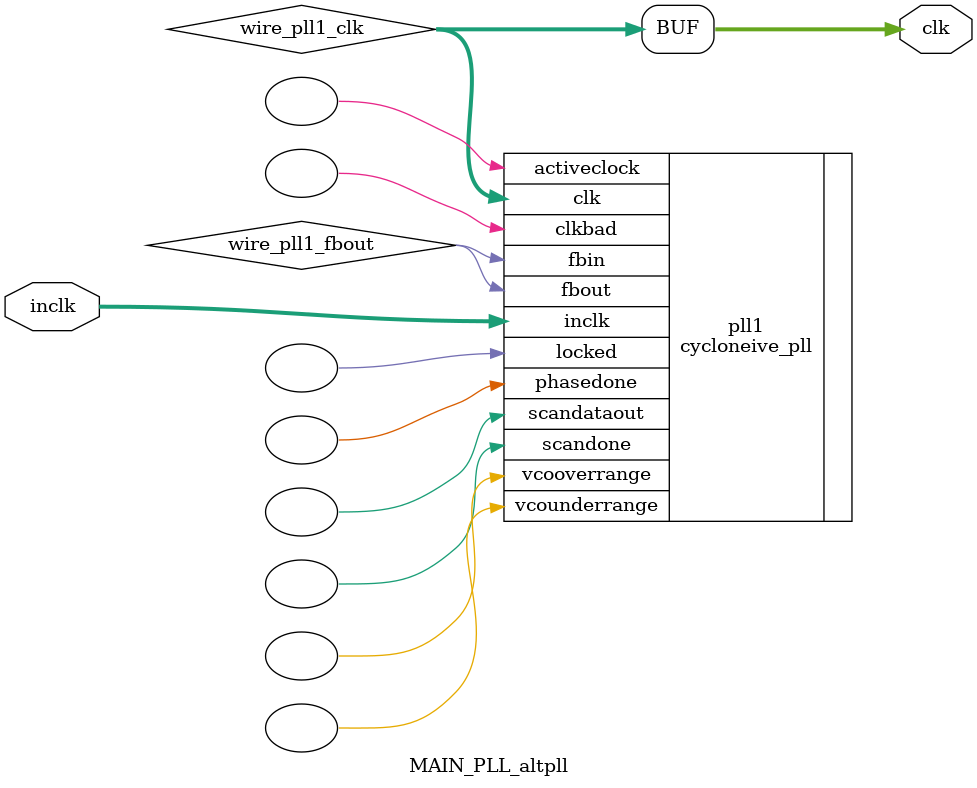
<source format=v>






//synthesis_resources = cycloneive_pll 1 
//synopsys translate_off
`timescale 1 ps / 1 ps
//synopsys translate_on
module  MAIN_PLL_altpll
	( 
	clk,
	inclk) /* synthesis synthesis_clearbox=1 */;
	output   [4:0]  clk;
	input   [1:0]  inclk;
`ifndef ALTERA_RESERVED_QIS
// synopsys translate_off
`endif
	tri0   [1:0]  inclk;
`ifndef ALTERA_RESERVED_QIS
// synopsys translate_on
`endif

	wire  [4:0]   wire_pll1_clk;
	wire  wire_pll1_fbout;

	cycloneive_pll   pll1
	( 
	.activeclock(),
	.clk(wire_pll1_clk),
	.clkbad(),
	.fbin(wire_pll1_fbout),
	.fbout(wire_pll1_fbout),
	.inclk(inclk),
	.locked(),
	.phasedone(),
	.scandataout(),
	.scandone(),
	.vcooverrange(),
	.vcounderrange()
	`ifndef FORMAL_VERIFICATION
	// synopsys translate_off
	`endif
	,
	.areset(1'b0),
	.clkswitch(1'b0),
	.configupdate(1'b0),
	.pfdena(1'b1),
	.phasecounterselect({3{1'b0}}),
	.phasestep(1'b0),
	.phaseupdown(1'b0),
	.scanclk(1'b0),
	.scanclkena(1'b1),
	.scandata(1'b0)
	`ifndef FORMAL_VERIFICATION
	// synopsys translate_on
	`endif
	);
	defparam
		pll1.bandwidth_type = "auto",
		pll1.clk0_divide_by = 5,
		pll1.clk0_duty_cycle = 50,
		pll1.clk0_multiply_by = 1,
		pll1.clk0_phase_shift = "0",
		pll1.clk1_divide_by = 1280,
		pll1.clk1_duty_cycle = 50,
		pll1.clk1_multiply_by = 1,
		pll1.clk1_phase_shift = "0",
		pll1.compensate_clock = "clk0",
		pll1.inclk0_input_frequency = 16276,
		pll1.operation_mode = "normal",
		pll1.pll_type = "auto",
		pll1.lpm_type = "cycloneive_pll";
	assign
		clk = {wire_pll1_clk[4:0]};
endmodule //MAIN_PLL_altpll
//VALID FILE

</source>
